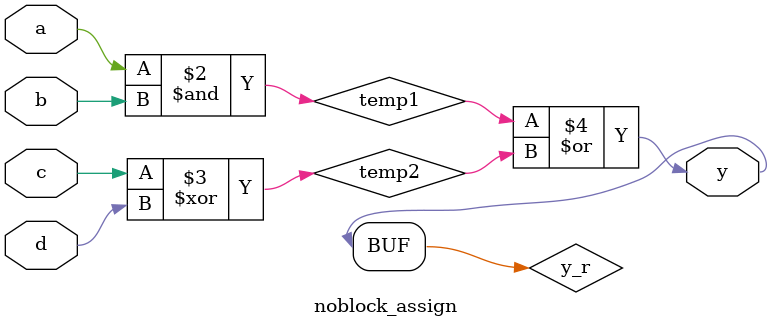
<source format=v>

module noblock_assign
    (
        input a,
        input b, 
        input c,
        input d,
        
        output y
    );
    
    reg y_r;
    reg temp1;
    reg temp2;
    assign y = y_r;
    
    always @(a, b, c, d)
    begin
        temp1 = a & b;
        temp2 = c ^ d;
        y_r = temp1 | temp2;
    end
    
endmodule



</source>
